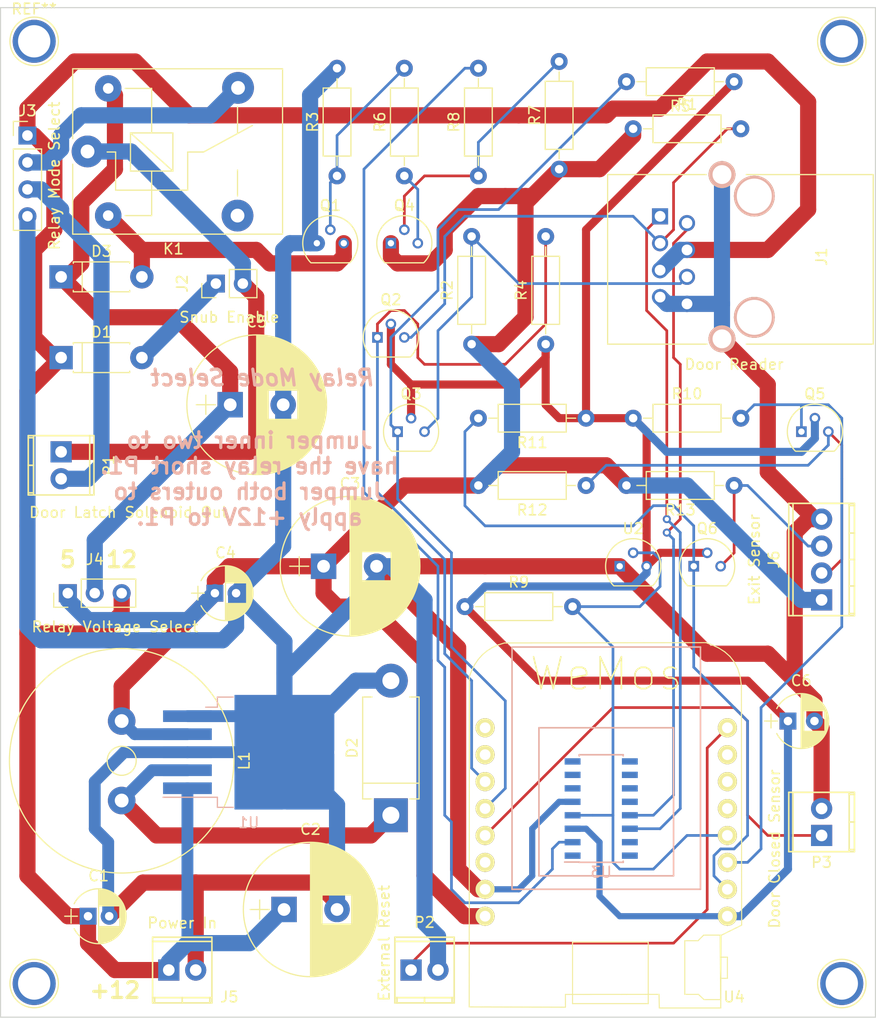
<source format=kicad_pcb>
(kicad_pcb (version 4) (host pcbnew 4.0.7+dfsg1-1~bpo9+1)
  (layers (0 F.Cu signal) (31 B.Cu signal) (34 B.Paste user) (35 F.Paste user) (36 B.SilkS user) (37 F.SilkS user) (38 B.Mask user) (39 F.Mask user) (44 Edge.Cuts user))
  (net 0 "")
  (net 1 +12V)
  (net 2 GND)
  (net 3 +5V)
  (net 4 /RELAY_POWER)
  (net 5 +3V3)
  (net 6 "Net-(D1-Pad2)")
  (net 7 /VREG_OUT)
  (net 8 /RELAY_DOOR)
  (net 9 /WIEGAND_D0)
  (net 10 /WIEGAND_D1)
  (net 11 /WIEGAND_LIGHT)
  (net 12 /WIEGAND_BEEP)
  (net 13 /RELAY_CONN)
  (net 14 /RELAY_CONTACT)
  (net 15 /CONN_CONTACT)
  (net 16 /HC_TRIG)
  (net 17 /HC_ECHO)
  (net 18 "Net-(K1-Pad3)")
  (net 19 /~RST)
  (net 20 /DOOR_SENSOR)
  (net 21 /BASE_DOOR)
  (net 22 /WEMOS_D1)
  (net 23 /WEMOS_D0)
  (net 24 /BASE_DOOR_2)
  (net 25 "Net-(Q4-Pad3)")
  (net 26 /WEMOS_TRIG)
  (net 27 /WEMOS_ECHO)
  (net 28 /DOOR_OPEN)
  (net 29 /ONE_WIRE)
  (net 30 "Net-(U3-Pad7)")
  (net 31 "Net-(U3-Pad8)")
  (net 32 "Net-(U3-Pad9)")
  (net 33 "Net-(U3-Pad10)")
  (net 34 "Net-(U3-Pad11)")
  (net 35 "Net-(U3-Pad12)")
  (net 36 "Net-(U4-Pad8)")
  (net 37 "Net-(U4-Pad7)")
  (net 38 "Net-(U4-Pad3)")
  (net 39 "Net-(U4-Pad12)")
  (net 40 "Net-(U4-Pad11)")
  (net 41 "Net-(U4-Pad10)")
  (module Capacitors_THT:CP_Radial_D5.0mm_P2.00mm (layer F.Cu) (at 101.6 165.1)
    (fp_text reference C1 (at 1 -3.81) (layer F.SilkS))
    (fp_text value 1MFD)
    (pad 1 thru_hole rect (at 0 0) (size 1.6 1.6) (drill 0.8) (layers *.Cu *.Mask) (net 1 +12V))
    (pad 2 thru_hole circle (at 2 0) (size 1.6 1.6) (drill 0.8) (layers *.Cu *.Mask) (net 2 GND))
  )
  (module Capacitors_THT:CP_Radial_D12.5mm_P5.00mm (layer F.Cu) (at 120.095 164.465)
    (fp_text reference C2 (at 2.5 -7.56) (layer F.SilkS))
    (fp_text value 100MFD)
    (pad 1 thru_hole rect (at 0 0) (size 2.4 2.4) (drill 1.2) (layers *.Cu *.Mask) (net 1 +12V))
    (pad 2 thru_hole circle (at 5 0) (size 2.4 2.4) (drill 1.2) (layers *.Cu *.Mask) (net 2 GND))
  )
  (module Capacitors_THT:CP_Radial_D13.0mm_P5.00mm (layer F.Cu) (at 123.825 132.08)
    (fp_text reference C3 (at 2.5 -7.81) (layer F.SilkS))
    (fp_text value 1000MFD)
    (pad 1 thru_hole rect (at 0 0) (size 2.4 2.4) (drill 1.2) (layers *.Cu *.Mask) (net 3 +5V))
    (pad 2 thru_hole circle (at 5 0) (size 2.4 2.4) (drill 1.2) (layers *.Cu *.Mask) (net 2 GND))
  )
  (module Capacitors_THT:CP_Radial_D5.0mm_P2.00mm (layer F.Cu) (at 113.57 134.62)
    (fp_text reference C4 (at 1 -3.81) (layer F.SilkS))
    (fp_text value 1MFD)
    (pad 1 thru_hole rect (at 0 0) (size 1.6 1.6) (drill 0.8) (layers *.Cu *.Mask) (net 3 +5V))
    (pad 2 thru_hole circle (at 2 0) (size 1.6 1.6) (drill 0.8) (layers *.Cu *.Mask) (net 2 GND))
  )
  (module Capacitors_THT:CP_Radial_D13.0mm_P5.00mm (layer F.Cu) (at 115.015 116.84)
    (fp_text reference C5 (at 2.5 -7.81) (layer F.SilkS))
    (fp_text value 1000MFD)
    (pad 1 thru_hole rect (at 0 0) (size 2.4 2.4) (drill 1.2) (layers *.Cu *.Mask) (net 4 /RELAY_POWER))
    (pad 2 thru_hole circle (at 5 0) (size 2.4 2.4) (drill 1.2) (layers *.Cu *.Mask) (net 2 GND))
  )
  (module Capacitors_THT:CP_Radial_D5.0mm_P2.50mm (layer F.Cu) (at 167.64 146.685)
    (fp_text reference C6 (at 1.25 -3.81) (layer F.SilkS))
    (fp_text value 1MFD)
    (pad 1 thru_hole rect (at 0 0) (size 1.6 1.6) (drill 0.8) (layers *.Cu *.Mask) (net 5 +3V3))
    (pad 2 thru_hole circle (at 2.5 0) (size 1.6 1.6) (drill 0.8) (layers *.Cu *.Mask) (net 2 GND))
  )
  (module Diodes_THT:D_DO-41_SOD81_P7.62mm_Horizontal (layer F.Cu) (at 99.06 112.395)
    (fp_text reference D1 (at 3.81 -2.41) (layer F.SilkS))
    (fp_text value 1N4002)
    (pad 1 thru_hole rect (at 0 0) (size 2.2 2.2) (drill 1.1) (layers *.Cu *.Mask) (net 1 +12V))
    (pad 2 thru_hole oval (at 7.62 0) (size 2.2 2.2) (drill 1.1) (layers *.Cu *.Mask) (net 6 "Net-(D1-Pad2)"))
  )
  (module Diodes_THT:D_DO-201AD_P12.70mm_Horizontal (layer F.Cu) (at 130.175 155.575 90)
    (fp_text reference D2 (at 6.35 -3.66 90) (layer F.SilkS))
    (fp_text value D_Schottky)
    (pad 1 thru_hole rect (at 0 0 90) (size 3.2 3.2) (drill 1.6) (layers *.Cu *.Mask) (net 7 /VREG_OUT))
    (pad 2 thru_hole oval (at 12.7 0 90) (size 3.2 3.2) (drill 1.6) (layers *.Cu *.Mask) (net 2 GND))
  )
  (module Diodes_THT:D_DO-41_SOD81_P7.62mm_Horizontal (layer F.Cu) (at 99.06 104.775)
    (fp_text reference D3 (at 3.81 -2.41) (layer F.SilkS))
    (fp_text value 1N4002)
    (pad 1 thru_hole rect (at 0 0) (size 2.2 2.2) (drill 1.1) (layers *.Cu *.Mask) (net 4 /RELAY_POWER))
    (pad 2 thru_hole oval (at 7.62 0) (size 2.2 2.2) (drill 1.1) (layers *.Cu *.Mask) (net 8 /RELAY_DOOR))
  )
  (module RJ-45:RJ45_SHIELD (layer F.Cu) (at 155.575 99.065 90)
    (fp_text reference J1 (at -3.81 15.24 90) (layer F.SilkS))
    (fp_text value "Door Reader" (at -13.965 6.985 180) (layer F.SilkS))
    (pad Hole thru_hole circle (at 1.91 8.89 90) (size 3.85 3.85) (drill 3.3) (layers *.Cu *.SilkS *.Mask))
    (pad Hole thru_hole circle (at -9.53 8.89 90) (size 3.85 3.85) (drill 3.3) (layers *.Cu *.SilkS *.Mask))
    (pad 8 thru_hole circle (at -8.26 2.54 90) (size 1.52 1.52) (drill 1.02) (layers *.Cu *.Mask) (net 2 GND))
    (pad 7 thru_hole circle (at -7.62 0 90) (size 1.52 1.52) (drill 1.02) (layers *.Cu *.Mask) (net 2 GND))
    (pad 6 thru_hole circle (at -5.71 2.54 90) (size 1.52 1.52) (drill 1.02) (layers *.Cu *.Mask) (net 9 /WIEGAND_D0))
    (pad 5 thru_hole circle (at -5.08 0 90) (size 1.52 1.52) (drill 1.02) (layers *.Cu *.Mask) (net 1 +12V))
    (pad 4 thru_hole circle (at -3.17 2.54 90) (size 1.52 1.52) (drill 1.02) (layers *.Cu *.Mask) (net 1 +12V))
    (pad 3 thru_hole circle (at -2.54 0 90) (size 1.52 1.52) (drill 1.02) (layers *.Cu *.Mask) (net 10 /WIEGAND_D1))
    (pad 2 thru_hole circle (at -0.64 2.54 90) (size 1.52 1.52) (drill 1.02) (layers *.Cu *.Mask) (net 11 /WIEGAND_LIGHT))
    (pad 9 thru_hole circle (at 3.94 5.84 90) (size 2.54 2.54) (drill 1.78) (layers *.Cu *.SilkS *.Mask) (net 2 GND))
    (pad 9 thru_hole circle (at -11.56 5.84 90) (size 2.54 2.54) (drill 1.78) (layers *.Cu *.SilkS *.Mask) (net 2 GND))
    (pad 1 thru_hole rect (at 0 0 90) (size 1.52 1.52) (drill 1.02) (layers *.Cu *.Mask) (net 12 /WIEGAND_BEEP))
  )
  (module Pin_Headers:Pin_Header_Straight_1x02_Pitch2.54mm (layer F.Cu) (at 113.665 105.41 90)
    (fp_text reference J2 (at 0 -3.175 90) (layer F.SilkS))
    (fp_text value "Snub Enable" (at -3.175 1.27 180) (layer F.SilkS))
    (pad 1 thru_hole rect (at 0 0 90) (size 1.7 1.7) (drill 1) (layers *.Cu *.Mask) (net 6 "Net-(D1-Pad2)"))
    (pad 2 thru_hole oval (at 0 2.54 90) (size 1.7 1.7) (drill 1) (layers *.Cu *.Mask) (net 13 /RELAY_CONN))
  )
  (module Pin_Headers:Pin_Header_Straight_1x04_Pitch2.54mm (layer F.Cu) (at 95.885 91.44)
    (fp_text reference J3 (at 0 -2.33) (layer F.SilkS))
    (fp_text value "Relay Mode Select" (at 2.54 3.81 90) (layer F.SilkS))
    (pad 1 thru_hole rect (at 0 0) (size 1.7 1.7) (drill 1) (layers *.Cu *.Mask) (net 1 +12V))
    (pad 2 thru_hole oval (at 0 2.54) (size 1.7 1.7) (drill 1) (layers *.Cu *.Mask) (net 14 /RELAY_CONTACT))
    (pad 3 thru_hole oval (at 0 5.08) (size 1.7 1.7) (drill 1) (layers *.Cu *.Mask) (net 15 /CONN_CONTACT))
    (pad 4 thru_hole oval (at 0 7.62) (size 1.7 1.7) (drill 1) (layers *.Cu *.Mask) (net 2 GND))
  )
  (module Pin_Headers:Pin_Header_Straight_1x03_Pitch2.54mm (layer F.Cu) (at 99.695 134.62 90)
    (fp_text reference J4 (at 3.175 2.54 180) (layer F.SilkS))
    (fp_text value "Relay Voltage Select" (at -3.175 4.445 180) (layer F.SilkS))
    (pad 1 thru_hole rect (at 0 0 90) (size 1.7 1.7) (drill 1) (layers *.Cu *.Mask) (net 3 +5V))
    (pad 2 thru_hole oval (at 0 2.54 90) (size 1.7 1.7) (drill 1) (layers *.Cu *.Mask) (net 4 /RELAY_POWER))
    (pad 3 thru_hole oval (at 0 5.08 90) (size 1.7 1.7) (drill 1) (layers *.Cu *.Mask) (net 1 +12V))
  )
  (module Connectors_Terminal_Blocks:TerminalBlock_Pheonix_MPT-2.54mm_2pol (layer F.Cu) (at 109.22 170.18)
    (fp_text reference J5 (at 5.715 2.54) (layer F.SilkS))
    (fp_text value "Power In" (at 1.27 -4.445) (layer F.SilkS))
    (pad 2 thru_hole oval (at 2.54 0) (size 1.99898 1.99898) (drill 1.09728) (layers *.Cu *.Mask) (net 2 GND))
    (pad 1 thru_hole rect (at 0 0) (size 1.99898 1.99898) (drill 1.09728) (layers *.Cu *.Mask) (net 1 +12V))
  )
  (module Connectors_Terminal_Blocks:TerminalBlock_Pheonix_MPT-2.54mm_4pol (layer F.Cu) (at 170.815 135.255 90)
    (fp_text reference J6 (at 3.81 -4.50088 90) (layer F.SilkS))
    (fp_text value "Exit Sensor" (at 3.81 -6.35 90) (layer F.SilkS))
    (pad 4 thru_hole oval (at 7.62 0 270) (size 1.99898 1.99898) (drill 1.09728) (layers *.Cu *.Mask) (net 2 GND))
    (pad 1 thru_hole rect (at 0 0 270) (size 1.99898 1.99898) (drill 1.09728) (layers *.Cu *.Mask) (net 3 +5V))
    (pad 2 thru_hole oval (at 2.54 0 270) (size 1.99898 1.99898) (drill 1.09728) (layers *.Cu *.Mask) (net 16 /HC_TRIG))
    (pad 3 thru_hole oval (at 5.08 0 270) (size 1.99898 1.99898) (drill 1.09728) (layers *.Cu *.Mask) (net 17 /HC_ECHO))
  )
  (module Relays_THT:Relay_SPDT_SANYOU_SRD_Series_Form_C (layer F.Cu) (at 101.555 92.945)
    (fp_text reference K1 (at 8.1 9.2) (layer F.SilkS))
    (fp_text value SANYOU_SRD_Form_C)
    (pad 2 thru_hole circle (at 1.95 6.05 90) (size 2.5 2.5) (drill 1) (layers *.Cu *.Mask) (net 8 /RELAY_DOOR))
    (pad 3 thru_hole circle (at 14.15 6.05 90) (size 3 3) (drill 1.3) (layers *.Cu *.Mask) (net 18 "Net-(K1-Pad3)"))
    (pad 4 thru_hole circle (at 14.2 -6 90) (size 3 3) (drill 1.3) (layers *.Cu *.Mask) (net 14 /RELAY_CONTACT))
    (pad 5 thru_hole circle (at 1.95 -5.95 90) (size 2.5 2.5) (drill 1) (layers *.Cu *.Mask) (net 4 /RELAY_POWER))
    (pad 1 thru_hole circle (at 0 0 90) (size 3 3) (drill 1.3) (layers *.Cu *.Mask) (net 13 /RELAY_CONN))
  )
  (module Inductor:L_Radial_D21.0mm_P7.5mm (layer F.Cu) (at 104.775 143.13 270)
    (fp_text reference L1 (at 7.305 -11.56 270) (layer F.SilkS))
    (fp_text value L)
    (pad 1 thru_hole circle (at 3.555 0 270) (size 2.6 2.6) (drill 1.3) (layers *.Cu *.Mask) (net 3 +5V))
    (pad 2 thru_hole circle (at 11.055 0 270) (size 2.6 2.6) (drill 1.3) (layers *.Cu *.Mask) (net 7 /VREG_OUT))
  )
  (module Connectors_Terminal_Blocks:TerminalBlock_Pheonix_MPT-2.54mm_2pol (layer F.Cu) (at 99.06 121.285 270)
    (fp_text reference P1 (at 1.27 -4.50088 270) (layer F.SilkS))
    (fp_text value "Door Latch Solenoid Out" (at 5.715 -6.35 360) (layer F.SilkS))
    (pad 2 thru_hole oval (at 2.54 0 270) (size 1.99898 1.99898) (drill 1.09728) (layers *.Cu *.Mask) (net 15 /CONN_CONTACT))
    (pad 1 thru_hole rect (at 0 0 270) (size 1.99898 1.99898) (drill 1.09728) (layers *.Cu *.Mask) (net 13 /RELAY_CONN))
  )
  (module Connectors_Terminal_Blocks:TerminalBlock_Pheonix_MPT-2.54mm_2pol (layer F.Cu) (at 132.08 170.18)
    (fp_text reference P2 (at 1.27 -4.50088) (layer F.SilkS))
    (fp_text value "External Reset" (at -2.54 -2.54 90) (layer F.SilkS))
    (pad 2 thru_hole oval (at 2.54 0) (size 1.99898 1.99898) (drill 1.09728) (layers *.Cu *.Mask) (net 2 GND))
    (pad 1 thru_hole rect (at 0 0) (size 1.99898 1.99898) (drill 1.09728) (layers *.Cu *.Mask) (net 19 /~RST))
  )
  (module Connectors_Terminal_Blocks:TerminalBlock_Pheonix_MPT-2.54mm_2pol (layer F.Cu) (at 170.815 157.48 90)
    (fp_text reference P3 (at -2.54 0 180) (layer F.SilkS))
    (fp_text value "Door Closed Sensor" (at -1.27 -4.445 90) (layer F.SilkS))
    (pad 2 thru_hole oval (at 2.54 0 90) (size 1.99898 1.99898) (drill 1.09728) (layers *.Cu *.Mask) (net 2 GND))
    (pad 1 thru_hole rect (at 0 0 90) (size 1.99898 1.99898) (drill 1.09728) (layers *.Cu *.Mask) (net 20 /DOOR_SENSOR))
  )
  (module TO_SOT_Packages_THT:TO-92_Molded_Narrow (layer F.Cu) (at 123.19 101.6)
    (fp_text reference Q1 (at 1.27 -3.56) (layer F.SilkS))
    (fp_text value 2N2222)
    (pad 2 thru_hole circle (at 1.27 -1.27 90) (size 1 1) (drill 0.6) (layers *.Cu *.Mask) (net 21 /BASE_DOOR))
    (pad 3 thru_hole circle (at 2.54 0 90) (size 1 1) (drill 0.6) (layers *.Cu *.Mask) (net 8 /RELAY_DOOR))
    (pad 1 thru_hole rect (at 0 0 90) (size 1 1) (drill 0.6) (layers *.Cu *.Mask) (net 2 GND))
  )
  (module TO_SOT_Packages_THT:TO-92_Molded_Narrow (layer F.Cu) (at 128.905 110.49)
    (fp_text reference Q2 (at 1.27 -3.56) (layer F.SilkS))
    (fp_text value 2N7000)
    (pad 2 thru_hole circle (at 1.27 -1.27 90) (size 1 1) (drill 0.6) (layers *.Cu *.Mask) (net 5 +3V3))
    (pad 3 thru_hole circle (at 2.54 0 90) (size 1 1) (drill 0.6) (layers *.Cu *.Mask) (net 10 /WIEGAND_D1))
    (pad 1 thru_hole rect (at 0 0 90) (size 1 1) (drill 0.6) (layers *.Cu *.Mask) (net 22 /WEMOS_D1))
  )
  (module TO_SOT_Packages_THT:TO-92_Molded_Narrow (layer F.Cu) (at 130.81 119.38)
    (fp_text reference Q3 (at 1.27 -3.56) (layer F.SilkS))
    (fp_text value 2N7000)
    (pad 2 thru_hole circle (at 1.27 -1.27 90) (size 1 1) (drill 0.6) (layers *.Cu *.Mask) (net 5 +3V3))
    (pad 3 thru_hole circle (at 2.54 0 90) (size 1 1) (drill 0.6) (layers *.Cu *.Mask) (net 9 /WIEGAND_D0))
    (pad 1 thru_hole rect (at 0 0 90) (size 1 1) (drill 0.6) (layers *.Cu *.Mask) (net 23 /WEMOS_D0))
  )
  (module TO_SOT_Packages_THT:TO-92_Molded_Narrow (layer F.Cu) (at 130.175 101.6)
    (fp_text reference Q4 (at 1.27 -3.56) (layer F.SilkS))
    (fp_text value 2N3906)
    (pad 2 thru_hole circle (at 1.27 -1.27 90) (size 1 1) (drill 0.6) (layers *.Cu *.Mask) (net 24 /BASE_DOOR_2))
    (pad 3 thru_hole circle (at 2.54 0 90) (size 1 1) (drill 0.6) (layers *.Cu *.Mask) (net 25 "Net-(Q4-Pad3)"))
    (pad 1 thru_hole rect (at 0 0 90) (size 1 1) (drill 0.6) (layers *.Cu *.Mask) (net 3 +5V))
  )
  (module TO_SOT_Packages_THT:TO-92_Molded_Narrow (layer F.Cu) (at 168.91 119.38)
    (fp_text reference Q5 (at 1.27 -3.56) (layer F.SilkS))
    (fp_text value 2N7000)
    (pad 2 thru_hole circle (at 1.27 -1.27 90) (size 1 1) (drill 0.6) (layers *.Cu *.Mask) (net 5 +3V3))
    (pad 3 thru_hole circle (at 2.54 0 90) (size 1 1) (drill 0.6) (layers *.Cu *.Mask) (net 16 /HC_TRIG))
    (pad 1 thru_hole rect (at 0 0 90) (size 1 1) (drill 0.6) (layers *.Cu *.Mask) (net 26 /WEMOS_TRIG))
  )
  (module TO_SOT_Packages_THT:TO-92_Molded_Narrow (layer F.Cu) (at 158.75 132.08)
    (fp_text reference Q6 (at 1.27 -3.56) (layer F.SilkS))
    (fp_text value 2N7000)
    (pad 2 thru_hole circle (at 1.27 -1.27 90) (size 1 1) (drill 0.6) (layers *.Cu *.Mask) (net 5 +3V3))
    (pad 3 thru_hole circle (at 2.54 0 90) (size 1 1) (drill 0.6) (layers *.Cu *.Mask) (net 17 /HC_ECHO))
    (pad 1 thru_hole rect (at 0 0 90) (size 1 1) (drill 0.6) (layers *.Cu *.Mask) (net 27 /WEMOS_ECHO))
  )
  (module Resistors_THT:R_Axial_DIN0207_L6.3mm_D2.5mm_P10.16mm_Horizontal (layer F.Cu) (at 153.035 90.805)
    (fp_text reference R1 (at 5.08 -2.31) (layer F.SilkS))
    (fp_text value 10kΩ)
    (pad 1 thru_hole circle (at 0 0) (size 1.6 1.6) (drill 0.8) (layers *.Cu *.Mask) (net 3 +5V))
    (pad 2 thru_hole oval (at 10.16 0) (size 1.6 1.6) (drill 0.8) (layers *.Cu *.Mask) (net 10 /WIEGAND_D1))
  )
  (module Resistors_THT:R_Axial_DIN0207_L6.3mm_D2.5mm_P10.16mm_Horizontal (layer F.Cu) (at 137.795 111.125 90)
    (fp_text reference R2 (at 5.08 -2.31 90) (layer F.SilkS))
    (fp_text value 10kΩ)
    (pad 1 thru_hole circle (at 0 0 90) (size 1.6 1.6) (drill 0.8) (layers *.Cu *.Mask) (net 3 +5V))
    (pad 2 thru_hole oval (at 10.16 0 90) (size 1.6 1.6) (drill 0.8) (layers *.Cu *.Mask) (net 9 /WIEGAND_D0))
  )
  (module Resistors_THT:R_Axial_DIN0207_L6.3mm_D2.5mm_P10.16mm_Horizontal (layer F.Cu) (at 125.095 95.25 90)
    (fp_text reference R3 (at 5.08 -2.31 90) (layer F.SilkS))
    (fp_text value 10kΩ)
    (pad 1 thru_hole circle (at 0 0 90) (size 1.6 1.6) (drill 0.8) (layers *.Cu *.Mask) (net 21 /BASE_DOOR))
    (pad 2 thru_hole oval (at 10.16 0 90) (size 1.6 1.6) (drill 0.8) (layers *.Cu *.Mask) (net 2 GND))
  )
  (module Resistors_THT:R_Axial_DIN0207_L6.3mm_D2.5mm_P10.16mm_Horizontal (layer F.Cu) (at 144.78 111.125 90)
    (fp_text reference R4 (at 5.08 -2.31 90) (layer F.SilkS))
    (fp_text value 10kΩ)
    (pad 1 thru_hole circle (at 0 0 90) (size 1.6 1.6) (drill 0.8) (layers *.Cu *.Mask) (net 5 +3V3))
    (pad 2 thru_hole oval (at 10.16 0 90) (size 1.6 1.6) (drill 0.8) (layers *.Cu *.Mask) (net 22 /WEMOS_D1))
  )
  (module Resistors_THT:R_Axial_DIN0207_L6.3mm_D2.5mm_P10.16mm_Horizontal (layer F.Cu) (at 162.56 86.36 180)
    (fp_text reference R5 (at 5.08 -2.31 180) (layer F.SilkS))
    (fp_text value 10kΩ)
    (pad 1 thru_hole circle (at 0 0 180) (size 1.6 1.6) (drill 0.8) (layers *.Cu *.Mask) (net 5 +3V3))
    (pad 2 thru_hole oval (at 10.16 0 180) (size 1.6 1.6) (drill 0.8) (layers *.Cu *.Mask) (net 23 /WEMOS_D0))
  )
  (module Resistors_THT:R_Axial_DIN0207_L6.3mm_D2.5mm_P10.16mm_Horizontal (layer F.Cu) (at 131.445 95.25 90)
    (fp_text reference R6 (at 5.08 -2.31 90) (layer F.SilkS))
    (fp_text value 1.2kΩ)
    (pad 1 thru_hole circle (at 0 0 90) (size 1.6 1.6) (drill 0.8) (layers *.Cu *.Mask) (net 25 "Net-(Q4-Pad3)"))
    (pad 2 thru_hole oval (at 10.16 0 90) (size 1.6 1.6) (drill 0.8) (layers *.Cu *.Mask) (net 21 /BASE_DOOR))
  )
  (module Resistors_THT:R_Axial_DIN0207_L6.3mm_D2.5mm_P10.16mm_Horizontal (layer F.Cu) (at 146.05 94.615 90)
    (fp_text reference R7 (at 5.08 -2.31 90) (layer F.SilkS))
    (fp_text value 10kΩ)
    (pad 1 thru_hole circle (at 0 0 90) (size 1.6 1.6) (drill 0.8) (layers *.Cu *.Mask) (net 3 +5V))
    (pad 2 thru_hole oval (at 10.16 0 90) (size 1.6 1.6) (drill 0.8) (layers *.Cu *.Mask) (net 24 /BASE_DOOR_2))
  )
  (module Resistors_THT:R_Axial_DIN0207_L6.3mm_D2.5mm_P10.16mm_Horizontal (layer F.Cu) (at 138.43 95.25 90)
    (fp_text reference R8 (at 5.08 -2.31 90) (layer F.SilkS))
    (fp_text value 1kΩ)
    (pad 1 thru_hole circle (at 0 0 90) (size 1.6 1.6) (drill 0.8) (layers *.Cu *.Mask) (net 24 /BASE_DOOR_2))
    (pad 2 thru_hole oval (at 10.16 0 90) (size 1.6 1.6) (drill 0.8) (layers *.Cu *.Mask) (net 28 /DOOR_OPEN))
  )
  (module Resistors_THT:R_Axial_DIN0207_L6.3mm_D2.5mm_P10.16mm_Horizontal (layer F.Cu) (at 137.16 135.89)
    (fp_text reference R9 (at 5.08 -2.31) (layer F.SilkS))
    (fp_text value 4.7kΩ)
    (pad 1 thru_hole circle (at 0 0) (size 1.6 1.6) (drill 0.8) (layers *.Cu *.Mask) (net 5 +3V3))
    (pad 2 thru_hole oval (at 10.16 0) (size 1.6 1.6) (drill 0.8) (layers *.Cu *.Mask) (net 29 /ONE_WIRE))
  )
  (module Resistors_THT:R_Axial_DIN0207_L6.3mm_D2.5mm_P10.16mm_Horizontal (layer F.Cu) (at 153.035 118.11)
    (fp_text reference R10 (at 5.08 -2.31) (layer F.SilkS))
    (fp_text value 10kΩ)
    (pad 1 thru_hole circle (at 0 0) (size 1.6 1.6) (drill 0.8) (layers *.Cu *.Mask) (net 5 +3V3))
    (pad 2 thru_hole oval (at 10.16 0) (size 1.6 1.6) (drill 0.8) (layers *.Cu *.Mask) (net 26 /WEMOS_TRIG))
  )
  (module Resistors_THT:R_Axial_DIN0207_L6.3mm_D2.5mm_P10.16mm_Horizontal (layer F.Cu) (at 148.59 118.11 180)
    (fp_text reference R11 (at 5.08 -2.31 180) (layer F.SilkS))
    (fp_text value 10kΩ)
    (pad 1 thru_hole circle (at 0 0 180) (size 1.6 1.6) (drill 0.8) (layers *.Cu *.Mask) (net 5 +3V3))
    (pad 2 thru_hole oval (at 10.16 0 180) (size 1.6 1.6) (drill 0.8) (layers *.Cu *.Mask) (net 27 /WEMOS_ECHO))
  )
  (module Resistors_THT:R_Axial_DIN0207_L6.3mm_D2.5mm_P10.16mm_Horizontal (layer F.Cu) (at 148.59 124.46 180)
    (fp_text reference R12 (at 5.08 -2.31 180) (layer F.SilkS))
    (fp_text value 10kΩ)
    (pad 1 thru_hole circle (at 0 0 180) (size 1.6 1.6) (drill 0.8) (layers *.Cu *.Mask) (net 16 /HC_TRIG))
    (pad 2 thru_hole oval (at 10.16 0 180) (size 1.6 1.6) (drill 0.8) (layers *.Cu *.Mask) (net 3 +5V))
  )
  (module Resistors_THT:R_Axial_DIN0207_L6.3mm_D2.5mm_P10.16mm_Horizontal (layer F.Cu) (at 162.56 124.46 180)
    (fp_text reference R13 (at 5.08 -2.31 180) (layer F.SilkS))
    (fp_text value 10kΩ)
    (pad 1 thru_hole circle (at 0 0 180) (size 1.6 1.6) (drill 0.8) (layers *.Cu *.Mask) (net 17 /HC_ECHO))
    (pad 2 thru_hole oval (at 10.16 0 180) (size 1.6 1.6) (drill 0.8) (layers *.Cu *.Mask) (net 3 +5V))
  )
  (module TO_SOT_Packages_SMD:TO-263-5_TabPin3 (layer B.Cu) (at 116.755 149.625)
    (fp_text reference U1 (at 0 6.65) (layer B.SilkS) (effects (justify mirror)))
    (fp_text value LM2576S-5)
    (pad 1 smd rect (at -5.775 3.4) (size 4.6 1.1) (layers B.Cu B.Paste B.Mask) (net 1 +12V))
    (pad 2 smd rect (at -5.775 1.7) (size 4.6 1.1) (layers B.Cu B.Paste B.Mask) (net 7 /VREG_OUT))
    (pad 3 smd rect (at -5.775 0) (size 4.6 1.1) (layers B.Cu B.Paste B.Mask) (net 2 GND))
    (pad 4 smd rect (at -5.775 -1.7) (size 4.6 1.1) (layers B.Cu B.Paste B.Mask) (net 3 +5V))
    (pad 5 smd rect (at -5.775 -3.4) (size 4.6 1.1) (layers B.Cu B.Paste B.Mask) (net 2 GND))
    (pad 3 smd rect (at 3.375 0) (size 9.4 10.8) (layers B.Cu B.Mask) (net 2 GND))
    (pad 3 smd rect (at 5.8 -2.775) (size 4.55 5.25) (layers B.Cu B.Paste) (net 2 GND))
    (pad 3 smd rect (at 0.95 2.775) (size 4.55 5.25) (layers B.Cu B.Paste) (net 2 GND))
    (pad 3 smd rect (at 5.8 2.775) (size 4.55 5.25) (layers B.Cu B.Paste) (net 2 GND))
    (pad 3 smd rect (at 0.95 -2.775) (size 4.55 5.25) (layers B.Cu B.Paste) (net 2 GND))
  )
  (module TO_SOT_Packages_THT:TO-92_Molded_Narrow (layer F.Cu) (at 151.765 132.08)
    (fp_text reference U2 (at 1.27 -3.56) (layer F.SilkS))
    (fp_text value DS18B20)
    (pad 2 thru_hole circle (at 1.27 -1.27 90) (size 1 1) (drill 0.6) (layers *.Cu *.Mask) (net 29 /ONE_WIRE))
    (pad 3 thru_hole circle (at 2.54 0 90) (size 1 1) (drill 0.6) (layers *.Cu *.Mask) (net 5 +3V3))
    (pad 1 thru_hole rect (at 0 0 90) (size 1 1) (drill 0.6) (layers *.Cu *.Mask) (net 2 GND))
  )
  (module Housings_SOIC:SOIC-16_3.9x9.9mm_Pitch1.27mm (layer B.Cu) (at 150.02 154.94)
    (fp_text reference U3 (at 0 6) (layer B.SilkS) (effects (justify mirror)))
    (fp_text value DS2408)
    (pad 1 smd rect (at -2.7 4.445) (size 1.5 0.6) (layers B.Cu B.Paste B.Mask))
    (pad 2 smd rect (at -2.7 3.175) (size 1.5 0.6) (layers B.Cu B.Paste B.Mask) (net 28 /DOOR_OPEN))
    (pad 3 smd rect (at -2.7 1.905) (size 1.5 0.6) (layers B.Cu B.Paste B.Mask) (net 5 +3V3))
    (pad 4 smd rect (at -2.7 0.635) (size 1.5 0.6) (layers B.Cu B.Paste B.Mask) (net 29 /ONE_WIRE))
    (pad 5 smd rect (at -2.7 -0.635) (size 1.5 0.6) (layers B.Cu B.Paste B.Mask) (net 2 GND))
    (pad 6 smd rect (at -2.7 -1.905) (size 1.5 0.6) (layers B.Cu B.Paste B.Mask))
    (pad 7 smd rect (at -2.7 -3.175) (size 1.5 0.6) (layers B.Cu B.Paste B.Mask) (net 30 "Net-(U3-Pad7)"))
    (pad 8 smd rect (at -2.7 -4.445) (size 1.5 0.6) (layers B.Cu B.Paste B.Mask) (net 31 "Net-(U3-Pad8)"))
    (pad 9 smd rect (at 2.7 -4.445) (size 1.5 0.6) (layers B.Cu B.Paste B.Mask) (net 32 "Net-(U3-Pad9)"))
    (pad 10 smd rect (at 2.7 -3.175) (size 1.5 0.6) (layers B.Cu B.Paste B.Mask) (net 33 "Net-(U3-Pad10)"))
    (pad 11 smd rect (at 2.7 -1.905) (size 1.5 0.6) (layers B.Cu B.Paste B.Mask) (net 34 "Net-(U3-Pad11)"))
    (pad 12 smd rect (at 2.7 -0.635) (size 1.5 0.6) (layers B.Cu B.Paste B.Mask) (net 35 "Net-(U3-Pad12)"))
    (pad 13 smd rect (at 2.7 0.635) (size 1.5 0.6) (layers B.Cu B.Paste B.Mask) (net 11 /WIEGAND_LIGHT))
    (pad 14 smd rect (at 2.7 1.905) (size 1.5 0.6) (layers B.Cu B.Paste B.Mask) (net 12 /WIEGAND_BEEP))
    (pad 15 smd rect (at 2.7 3.175) (size 1.5 0.6) (layers B.Cu B.Paste B.Mask))
    (pad 16 smd rect (at 2.7 4.445) (size 1.5 0.6) (layers B.Cu B.Paste B.Mask))
  )
  (module wemos_d1_mini:D1_mini_board (layer F.Cu) (at 150.495 157.48)
    (fp_text reference U4 (at 12.065 15.24) (layer F.SilkS))
    (fp_text value WeMos_mini)
    (fp_text user WeMos (at 0 -15.24) (layer F.SilkS) (effects (font (size 3 3))))
    (pad 8 thru_hole circle (at -11.43 -10.16) (size 1.8 1.8) (drill 1.016) (layers *.Cu *.Mask F.SilkS) (net 36 "Net-(U4-Pad8)"))
    (pad 7 thru_hole circle (at -11.43 -7.62) (size 1.8 1.8) (drill 1.016) (layers *.Cu *.Mask F.SilkS) (net 37 "Net-(U4-Pad7)"))
    (pad 6 thru_hole circle (at -11.43 -5.08) (size 1.8 1.8) (drill 1.016) (layers *.Cu *.Mask F.SilkS) (net 22 /WEMOS_D1))
    (pad 5 thru_hole circle (at -11.43 -2.54) (size 1.8 1.8) (drill 1.016) (layers *.Cu *.Mask F.SilkS) (net 23 /WEMOS_D0))
    (pad 4 thru_hole circle (at -11.43 0) (size 1.8 1.8) (drill 1.016) (layers *.Cu *.Mask F.SilkS) (net 20 /DOOR_SENSOR))
    (pad 3 thru_hole circle (at -11.43 2.54) (size 1.8 1.8) (drill 1.016) (layers *.Cu *.Mask F.SilkS) (net 38 "Net-(U4-Pad3)"))
    (pad 2 thru_hole circle (at -11.43 5.08) (size 1.8 1.8) (drill 1.016) (layers *.Cu *.Mask F.SilkS) (net 2 GND))
    (pad 1 thru_hole circle (at -11.43 7.62) (size 1.8 1.8) (drill 1.016) (layers *.Cu *.Mask F.SilkS) (net 3 +5V))
    (pad 16 thru_hole circle (at 11.43 7.62) (size 1.8 1.8) (drill 1.016) (layers *.Cu *.Mask F.SilkS) (net 5 +3V3))
    (pad 15 thru_hole circle (at 11.43 5.08) (size 1.8 1.8) (drill 1.016) (layers *.Cu *.Mask F.SilkS) (net 27 /WEMOS_ECHO))
    (pad 14 thru_hole circle (at 11.43 2.54) (size 1.8 1.8) (drill 1.016) (layers *.Cu *.Mask F.SilkS) (net 26 /WEMOS_TRIG))
    (pad 13 thru_hole circle (at 11.43 0) (size 1.8 1.8) (drill 1.016) (layers *.Cu *.Mask F.SilkS) (net 29 /ONE_WIRE))
    (pad 12 thru_hole circle (at 11.43 -2.54) (size 1.8 1.8) (drill 1.016) (layers *.Cu *.Mask F.SilkS) (net 39 "Net-(U4-Pad12)"))
    (pad 11 thru_hole circle (at 11.43 -5.08) (size 1.8 1.8) (drill 1.016) (layers *.Cu *.Mask F.SilkS) (net 40 "Net-(U4-Pad11)"))
    (pad 10 thru_hole circle (at 11.43 -7.62) (size 1.8 1.8) (drill 1.016) (layers *.Cu *.Mask F.SilkS) (net 41 "Net-(U4-Pad10)"))
    (pad 9 thru_hole circle (at 11.43 -10.16) (size 1.8 1.8) (drill 1.016) (layers *.Cu *.Mask F.SilkS) (net 19 /~RST))
  )
  (module Connectors:1pin (layer F.Cu) (at 172.72 82.55)
    (fp_text reference REF** hide)
    (fp_text value 1pin)
    (pad 1 thru_hole circle (at 0 0) (size 4.064 4.064) (drill 3.048) (layers *.Cu *.Mask))
  )
  (module Connectors:1pin (layer F.Cu) (at 172.72 171.45)
    (fp_text reference REF** hide)
    (fp_text value 1pin)
    (pad 1 thru_hole circle (at 0 0) (size 4.064 4.064) (drill 3.048) (layers *.Cu *.Mask))
  )
  (module Connectors:1pin (layer F.Cu) (at 96.52 171.45)
    (fp_text reference REF** hide)
    (fp_text value 1pin)
    (pad 1 thru_hole circle (at 0 0) (size 4.064 4.064) (drill 3.048) (layers *.Cu *.Mask))
  )
  (module Connectors:1pin (layer F.Cu) (at 96.52 82.55)
    (fp_text reference REF** (at 0 -3.048) (layer F.SilkS))
    (fp_text value 1pin)
    (pad 1 thru_hole circle (at 0 0) (size 4.064 4.064) (drill 3.048) (layers *.Cu *.Mask))
  )
  (gr_line (start 175.895 79.375) (end 175.895 174.625) (angle 90) (layer Edge.Cuts) (width 0.1))
  (gr_line (start 93.345 174.625) (end 175.895 174.625) (angle 90) (layer Edge.Cuts) (width 0.1))
  (gr_line (start 93.345 79.375) (end 175.895 79.375) (angle 90) (layer Edge.Cuts) (width 0.1))
  (gr_line (start 93.345 174.625) (end 93.345 79.375) (angle 90) (layer Edge.Cuts) (width 0.1))
  (gr_text "Relay Mode Select" (at 118.11 114.3) (layer B.SilkS) (effects (font (size 1.5 1.5) (thickness 0.3) italic) (justify mirror)))
  (gr_text "Jumper inner two to\nhave the relay short P1.\nJumper both outers to\napply +12V to P1." (at 116.84 123.825) (layer B.SilkS) (effects (font (size 1.5 1.5) (thickness 0.3)) (justify mirror)))
  (gr_text 5 (at 99.695 131.445) (layer F.SilkS) (effects (font (size 1.5 1.5) (thickness 0.3))))
  (gr_text 12 (at 104.775 131.445) (layer F.SilkS) (effects (font (size 1.5 1.5) (thickness 0.3))))
  (gr_text +12 (at 104.14 172.085) (layer F.SilkS) (effects (font (size 1.5 1.5) (thickness 0.3))))
  (segment (start 95.885 88.9) (end 95.885 91.44) (width 1.524) (layer F.Cu) (net 1))
  (segment (start 95.885 91.44) (end 96.52 91.44) (width 1.524) (layer F.Cu) (net 1))
  (segment (start 96.52 91.44) (end 98.425 93.345) (width 1.524) (layer F.Cu) (net 1))
  (segment (start 109.22 170.18) (end 109.22 169.4) (width 1.524) (layer B.Cu) (net 1))
  (segment (start 109.22 169.4) (end 110.98 167.64) (width 1.524) (layer B.Cu) (net 1))
  (segment (start 109.22 170.18) (end 104.14 170.18) (width 1.524) (layer F.Cu) (net 1))
  (segment (start 101.6 167.64) (end 101.6 165.1) (width 1.524) (layer F.Cu) (net 1))
  (segment (start 104.14 170.18) (end 101.6 167.64) (width 1.524) (layer F.Cu) (net 1))
  (segment (start 101.6 165.1) (end 99.695 165.1) (width 1.524) (layer F.Cu) (net 1))
  (segment (start 99.695 165.1) (end 95.885 161.29) (width 1.524) (layer F.Cu) (net 1))
  (segment (start 95.885 161.29) (end 95.885 138.43) (width 1.524) (layer F.Cu) (net 1))
  (segment (start 155.575 88.9) (end 151.13 88.9) (width 1.524) (layer F.Cu) (net 1))
  (segment (start 151.13 88.9) (end 150.495 89.535) (width 1.524) (layer F.Cu) (net 1))
  (segment (start 160.02 84.455) (end 165.735 84.455) (width 1.524) (layer F.Cu) (net 1))
  (segment (start 158.115 102.235) (end 165.735 102.235) (width 1.524) (layer F.Cu) (net 1))
  (segment (start 155.575 88.9) (end 160.02 84.455) (width 1.524) (layer F.Cu) (net 1))
  (segment (start 165.735 84.455) (end 169.545 88.265) (width 1.524) (layer F.Cu) (net 1))
  (segment (start 169.545 88.265) (end 169.545 98.425) (width 1.524) (layer F.Cu) (net 1))
  (segment (start 169.545 98.425) (end 165.735 102.235) (width 1.524) (layer F.Cu) (net 1))
  (segment (start 100.33 84.455) (end 95.885 88.9) (width 1.524) (layer F.Cu) (net 1))
  (segment (start 142.24 89.535) (end 150.495 89.535) (width 1.524) (layer F.Cu) (net 1))
  (segment (start 100.33 84.455) (end 106.045 84.455) (width 1.524) (layer F.Cu) (net 1))
  (segment (start 106.045 84.455) (end 111.125 89.535) (width 1.524) (layer F.Cu) (net 1))
  (segment (start 111.125 89.535) (end 142.24 89.535) (width 1.524) (layer F.Cu) (net 1))
  (segment (start 155.575 104.145) (end 155.575 104.14) (width 1.524) (layer B.Cu) (net 1))
  (segment (start 155.575 104.14) (end 157.48 102.235) (width 1.524) (layer B.Cu) (net 1))
  (segment (start 157.48 102.235) (end 158.115 102.235) (width 1.524) (layer B.Cu) (net 1))
  (segment (start 104.775 134.62) (end 104.775 136.525) (width 1.524) (layer F.Cu) (net 1))
  (segment (start 102.87 138.43) (end 95.885 138.43) (width 1.524) (layer F.Cu) (net 1))
  (segment (start 104.775 136.525) (end 102.87 138.43) (width 1.524) (layer F.Cu) (net 1))
  (segment (start 95.885 115.57) (end 99.06 112.395) (width 1.524) (layer F.Cu) (net 1))
  (segment (start 95.885 128.27) (end 95.885 115.57) (width 1.524) (layer F.Cu) (net 1))
  (segment (start 95.885 138.43) (end 95.885 128.27) (width 1.524) (layer F.Cu) (net 1))
  (segment (start 96.52 102.235) (end 98.425 100.33) (width 1.524) (layer F.Cu) (net 1))
  (segment (start 98.425 100.33) (end 98.425 93.345) (width 1.524) (layer F.Cu) (net 1))
  (segment (start 98.425 112.395) (end 96.52 110.49) (width 1.524) (layer F.Cu) (net 1))
  (segment (start 96.52 110.49) (end 96.52 102.235) (width 1.524) (layer F.Cu) (net 1))
  (segment (start 99.06 112.395) (end 98.425 112.395) (width 1.524) (layer F.Cu) (net 1))
  (segment (start 110.98 153.025) (end 110.98 167.64) (width 1.1176) (layer B.Cu) (net 1))
  (segment (start 110.98 167.64) (end 111.125 167.64) (width 1.1176) (layer B.Cu) (net 1))
  (segment (start 120.095 164.465) (end 120.015 164.465) (width 1.524) (layer B.Cu) (net 1))
  (segment (start 120.015 164.465) (end 116.84 167.64) (width 1.524) (layer B.Cu) (net 1))
  (segment (start 116.84 167.64) (end 111.125 167.64) (width 1.524) (layer B.Cu) (net 1))
  (segment (start 97.155 139.065) (end 95.885 137.795) (width 1.524) (layer B.Cu) (net 2))
  (segment (start 97.155 139.065) (end 114.3 139.065) (width 1.524) (layer B.Cu) (net 2))
  (segment (start 114.3 139.065) (end 115.57 137.795) (width 1.524) (layer B.Cu) (net 2))
  (segment (start 115.57 134.62) (end 115.57 137.795) (width 1.524) (layer B.Cu) (net 2))
  (segment (start 95.885 137.795) (end 95.885 99.06) (width 1.524) (layer B.Cu) (net 2))
  (segment (start 111.76 170.18) (end 111.76 161.925) (width 1.524) (layer F.Cu) (net 2))
  (segment (start 111.76 161.925) (end 111.76 162.56) (width 1.524) (layer F.Cu) (net 2))
  (segment (start 111.76 162.56) (end 111.76 161.925) (width 1.524) (layer F.Cu) (net 2))
  (segment (start 125.095 164.465) (end 125.095 163.83) (width 1.524) (layer F.Cu) (net 2))
  (segment (start 125.095 163.83) (end 123.19 161.925) (width 1.524) (layer F.Cu) (net 2))
  (segment (start 106.775 161.925) (end 103.6 165.1) (width 1.524) (layer F.Cu) (net 2))
  (segment (start 123.19 161.925) (end 111.76 161.925) (width 1.524) (layer F.Cu) (net 2))
  (segment (start 111.76 161.925) (end 106.775 161.925) (width 1.524) (layer F.Cu) (net 2))
  (segment (start 102.235 156.845) (end 103.505 158.115) (width 1.1176) (layer B.Cu) (net 2))
  (segment (start 110.98 149.625) (end 105.01 149.625) (width 1.1176) (layer B.Cu) (net 2))
  (segment (start 102.235 152.4) (end 102.235 156.845) (width 1.1176) (layer B.Cu) (net 2))
  (segment (start 105.01 149.625) (end 102.235 152.4) (width 1.1176) (layer B.Cu) (net 2))
  (segment (start 103.505 158.115) (end 103.505 165.005) (width 1.1176) (layer B.Cu) (net 2))
  (segment (start 103.505 165.005) (end 103.6 165.1) (width 1.1176) (layer B.Cu) (net 2))
  (segment (start 151.765 132.08) (end 139.065 132.08) (width 1.524) (layer F.Cu) (net 2))
  (segment (start 128.825 132.08) (end 130.175 132.08) (width 1.524) (layer B.Cu) (net 2))
  (segment (start 134.62 167.005) (end 134.62 170.18) (width 1.524) (layer B.Cu) (net 2))
  (segment (start 133.35 165.735) (end 134.62 167.005) (width 1.524) (layer B.Cu) (net 2))
  (segment (start 133.35 135.255) (end 133.35 165.735) (width 1.524) (layer B.Cu) (net 2))
  (segment (start 130.175 132.08) (end 133.35 135.255) (width 1.524) (layer B.Cu) (net 2))
  (segment (start 170.815 154.94) (end 170.815 147.36) (width 1.524) (layer F.Cu) (net 2))
  (segment (start 170.815 147.36) (end 170.14 146.685) (width 1.524) (layer F.Cu) (net 2))
  (segment (start 139.065 132.08) (end 128.825 132.08) (width 1.524) (layer F.Cu) (net 2))
  (segment (start 170.815 127.635) (end 170.18 127.635) (width 1.524) (layer F.Cu) (net 2))
  (segment (start 170.18 127.635) (end 165.735 123.19) (width 1.524) (layer F.Cu) (net 2))
  (segment (start 165.735 114.945) (end 161.415 110.625) (width 1.524) (layer F.Cu) (net 2))
  (segment (start 165.735 123.19) (end 165.735 114.945) (width 1.524) (layer F.Cu) (net 2))
  (segment (start 168.275 142.875) (end 168.275 128.905) (width 1.524) (layer F.Cu) (net 2))
  (segment (start 169.545 127.635) (end 170.815 127.635) (width 1.524) (layer F.Cu) (net 2))
  (segment (start 168.275 128.905) (end 169.545 127.635) (width 1.524) (layer F.Cu) (net 2))
  (segment (start 139.065 162.56) (end 138.43 162.56) (width 1.524) (layer F.Cu) (net 2))
  (segment (start 138.43 162.56) (end 136.525 160.655) (width 1.524) (layer F.Cu) (net 2))
  (segment (start 136.525 139.78) (end 136.485 139.74) (width 1.524) (layer F.Cu) (net 2))
  (segment (start 136.485 139.74) (end 134.62 137.875) (width 1.524) (layer F.Cu) (net 2))
  (segment (start 134.62 137.875) (end 128.825 132.08) (width 1.524) (layer F.Cu) (net 2))
  (segment (start 136.525 160.655) (end 136.525 139.78) (width 1.524) (layer F.Cu) (net 2))
  (segment (start 165.735 140.335) (end 160.02 140.335) (width 1.524) (layer F.Cu) (net 2))
  (segment (start 160.02 140.335) (end 151.765 132.08) (width 1.524) (layer F.Cu) (net 2))
  (segment (start 168.275 142.875) (end 165.735 140.335) (width 1.524) (layer F.Cu) (net 2))
  (segment (start 165.735 140.335) (end 166.37 140.97) (width 1.524) (layer F.Cu) (net 2))
  (segment (start 158.115 107.325) (end 161.415 107.325) (width 1.524) (layer B.Cu) (net 2))
  (segment (start 161.29 107.315) (end 161.415 107.315) (width 1.524) (layer B.Cu) (net 2))
  (segment (start 161.405 107.315) (end 161.29 107.315) (width 1.524) (layer B.Cu) (net 2))
  (segment (start 161.415 107.325) (end 161.405 107.315) (width 1.524) (layer B.Cu) (net 2))
  (segment (start 161.415 110.625) (end 161.415 107.315) (width 1.524) (layer B.Cu) (net 2))
  (segment (start 161.415 107.315) (end 161.415 95.125) (width 1.524) (layer B.Cu) (net 2))
  (segment (start 155.575 106.685) (end 155.58 106.685) (width 1.524) (layer B.Cu) (net 2))
  (segment (start 155.58 106.685) (end 156.22 107.325) (width 1.524) (layer B.Cu) (net 2))
  (segment (start 156.22 107.325) (end 158.115 107.325) (width 1.524) (layer B.Cu) (net 2))
  (segment (start 170.14 146.685) (end 170.14 144.74) (width 1.524) (layer F.Cu) (net 2))
  (segment (start 170.14 144.74) (end 168.275 142.875) (width 1.524) (layer F.Cu) (net 2))
  (segment (start 147.32 154.305) (end 146.05 154.305) (width 0.5842) (layer B.Cu) (net 2))
  (segment (start 142.24 162.56) (end 139.065 162.56) (width 0.5842) (layer B.Cu) (net 2))
  (segment (start 143.51 161.29) (end 142.24 162.56) (width 0.5842) (layer B.Cu) (net 2))
  (segment (start 143.51 156.845) (end 143.51 161.29) (width 0.5842) (layer B.Cu) (net 2))
  (segment (start 146.05 154.305) (end 143.51 156.845) (width 0.5842) (layer B.Cu) (net 2))
  (segment (start 128.825 132.08) (end 128.825 133.43) (width 1.524) (layer B.Cu) (net 2))
  (segment (start 128.825 133.43) (end 120.13 142.125) (width 1.524) (layer B.Cu) (net 2))
  (segment (start 120.015 116.84) (end 120.015 130.175) (width 1.524) (layer B.Cu) (net 2))
  (segment (start 120.015 130.175) (end 115.57 134.62) (width 1.524) (layer B.Cu) (net 2))
  (segment (start 125.095 164.465) (end 125.095 154.59) (width 1.524) (layer B.Cu) (net 2))
  (segment (start 125.095 154.59) (end 120.13 149.625) (width 1.524) (layer B.Cu) (net 2))
  (segment (start 120.13 149.745) (end 120.13 149.625) (width 1.524) (layer B.Cu) (net 2))
  (segment (start 130.175 142.875) (end 126.88 142.875) (width 1.524) (layer B.Cu) (net 2))
  (segment (start 126.88 142.875) (end 120.13 149.625) (width 1.524) (layer B.Cu) (net 2))
  (segment (start 110.98 149.625) (end 120.13 149.625) (width 1.1176) (layer B.Cu) (net 2))
  (segment (start 110.98 146.225) (end 116.73 146.225) (width 1.1176) (layer B.Cu) (net 2))
  (segment (start 116.73 146.225) (end 120.13 149.625) (width 1.1176) (layer B.Cu) (net 2))
  (segment (start 120.13 149.625) (end 120.13 142.125) (width 1.524) (layer B.Cu) (net 2))
  (segment (start 120.13 142.125) (end 120.13 139.18) (width 1.524) (layer B.Cu) (net 2))
  (segment (start 120.13 139.18) (end 115.57 134.62) (width 1.524) (layer B.Cu) (net 2))
  (segment (start 125.095 85.09) (end 122.555 87.63) (width 1.524) (layer B.Cu) (net 2))
  (segment (start 122.555 101.6) (end 123.19 101.6) (width 1.524) (layer B.Cu) (net 2))
  (segment (start 122.555 87.63) (end 122.555 101.6) (width 1.524) (layer B.Cu) (net 2))
  (segment (start 123.19 101.6) (end 120.65 101.6) (width 1.524) (layer B.Cu) (net 2))
  (segment (start 120.015 102.235) (end 120.015 116.84) (width 1.524) (layer B.Cu) (net 2))
  (segment (start 120.65 101.6) (end 120.015 102.235) (width 1.524) (layer B.Cu) (net 2))
  (segment (start 152.4 124.46) (end 150.495 122.555) (width 1.524) (layer F.Cu) (net 3))
  (segment (start 140.335 122.555) (end 138.43 124.46) (width 1.524) (layer F.Cu) (net 3))
  (segment (start 150.495 122.555) (end 140.335 122.555) (width 1.524) (layer F.Cu) (net 3))
  (segment (start 153.035 90.805) (end 153.035 91.44) (width 1.524) (layer F.Cu) (net 3))
  (segment (start 153.035 91.44) (end 149.86 94.615) (width 1.524) (layer F.Cu) (net 3))
  (segment (start 149.86 94.615) (end 146.05 94.615) (width 1.524) (layer F.Cu) (net 3))
  (segment (start 137.795 111.125) (end 140.335 111.125) (width 1.524) (layer F.Cu) (net 3))
  (segment (start 142.875 97.155) (end 142.875 97.79) (width 1.524) (layer F.Cu) (net 3))
  (segment (start 142.875 108.585) (end 142.875 97.155) (width 1.524) (layer F.Cu) (net 3))
  (segment (start 140.335 111.125) (end 142.875 108.585) (width 1.524) (layer F.Cu) (net 3))
  (segment (start 137.795 111.125) (end 138.43 111.125) (width 1.524) (layer F.Cu) (net 3))
  (segment (start 137.795 111.125) (end 141.605 114.935) (width 1.524) (layer B.Cu) (net 3))
  (segment (start 141.605 114.935) (end 141.605 121.285) (width 1.524) (layer B.Cu) (net 3))
  (segment (start 141.605 121.285) (end 138.43 124.46) (width 1.524) (layer B.Cu) (net 3))
  (segment (start 170.815 135.255) (end 168.91 135.255) (width 1.524) (layer B.Cu) (net 3))
  (segment (start 158.115 124.46) (end 152.4 124.46) (width 1.524) (layer B.Cu) (net 3))
  (segment (start 168.91 135.255) (end 158.115 124.46) (width 1.524) (layer B.Cu) (net 3))
  (segment (start 130.175 101.6) (end 130.175 102.87) (width 1.524) (layer F.Cu) (net 3))
  (segment (start 143.51 97.155) (end 142.875 97.79) (width 1.524) (layer F.Cu) (net 3))
  (segment (start 140.97 97.155) (end 143.51 97.155) (width 1.524) (layer F.Cu) (net 3))
  (segment (start 142.875 97.79) (end 146.05 94.615) (width 1.524) (layer F.Cu) (net 3))
  (segment (start 138.43 97.155) (end 140.97 97.155) (width 1.524) (layer F.Cu) (net 3))
  (segment (start 135.255 100.33) (end 138.43 97.155) (width 1.524) (layer F.Cu) (net 3))
  (segment (start 135.255 102.235) (end 135.255 100.33) (width 1.524) (layer F.Cu) (net 3))
  (segment (start 133.985 103.505) (end 135.255 102.235) (width 1.524) (layer F.Cu) (net 3))
  (segment (start 130.81 103.505) (end 133.985 103.505) (width 1.524) (layer F.Cu) (net 3))
  (segment (start 130.175 102.87) (end 130.81 103.505) (width 1.524) (layer F.Cu) (net 3))
  (segment (start 139.065 165.1) (end 137.16 165.1) (width 1.524) (layer F.Cu) (net 3))
  (segment (start 123.825 134.62) (end 123.825 132.08) (width 1.524) (layer F.Cu) (net 3))
  (segment (start 125.095 135.89) (end 123.825 134.62) (width 1.524) (layer F.Cu) (net 3))
  (segment (start 128.27 135.89) (end 125.095 135.89) (width 1.524) (layer F.Cu) (net 3))
  (segment (start 133.35 140.97) (end 128.27 135.89) (width 1.524) (layer F.Cu) (net 3))
  (segment (start 133.35 161.29) (end 133.35 140.97) (width 1.524) (layer F.Cu) (net 3))
  (segment (start 137.16 165.1) (end 133.35 161.29) (width 1.524) (layer F.Cu) (net 3))
  (segment (start 123.825 132.08) (end 131.445 124.46) (width 1.524) (layer F.Cu) (net 3))
  (segment (start 131.445 124.46) (end 138.43 124.46) (width 1.524) (layer F.Cu) (net 3))
  (segment (start 99.695 134.62) (end 99.695 135.255) (width 1.524) (layer B.Cu) (net 3))
  (segment (start 99.695 135.255) (end 101.6 137.16) (width 1.524) (layer B.Cu) (net 3))
  (segment (start 111.03 137.16) (end 113.57 134.62) (width 1.524) (layer B.Cu) (net 3))
  (segment (start 101.6 137.16) (end 111.03 137.16) (width 1.524) (layer B.Cu) (net 3))
  (segment (start 104.775 146.685) (end 104.775 143.415) (width 1.524) (layer F.Cu) (net 3))
  (segment (start 104.775 143.415) (end 113.57 134.62) (width 1.524) (layer F.Cu) (net 3))
  (segment (start 123.825 132.08) (end 114.935 132.08) (width 1.524) (layer F.Cu) (net 3))
  (segment (start 114.935 132.08) (end 113.57 133.445) (width 1.524) (layer F.Cu) (net 3))
  (segment (start 113.57 133.445) (end 113.57 134.62) (width 1.524) (layer F.Cu) (net 3))
  (segment (start 110.98 147.925) (end 106.015 147.925) (width 1.1176) (layer B.Cu) (net 3))
  (segment (start 106.015 147.925) (end 104.775 146.685) (width 1.1176) (layer B.Cu) (net 3))
  (segment (start 113.57 134.62) (end 113.57 134.525) (width 1.524) (layer B.Cu) (net 3))
  (segment (start 102.235 134.62) (end 102.235 129.62) (width 1.524) (layer B.Cu) (net 4))
  (segment (start 102.235 129.62) (end 115.015 116.84) (width 1.524) (layer B.Cu) (net 4))
  (segment (start 115.015 116.84) (end 115.015 113.745) (width 1.524) (layer F.Cu) (net 4))
  (segment (start 102.87 108.585) (end 99.06 104.775) (width 1.524) (layer F.Cu) (net 4))
  (segment (start 109.855 108.585) (end 102.87 108.585) (width 1.524) (layer F.Cu) (net 4))
  (segment (start 115.015 113.745) (end 109.855 108.585) (width 1.524) (layer F.Cu) (net 4))
  (segment (start 99.06 104.775) (end 99.695 104.775) (width 1.524) (layer F.Cu) (net 4))
  (segment (start 99.695 104.775) (end 100.965 103.505) (width 1.524) (layer F.Cu) (net 4))
  (segment (start 100.965 103.505) (end 100.965 97.79) (width 1.524) (layer F.Cu) (net 4))
  (segment (start 100.965 97.79) (end 104.14 94.615) (width 1.524) (layer F.Cu) (net 4))
  (segment (start 104.14 94.615) (end 104.14 87.63) (width 1.524) (layer F.Cu) (net 4))
  (segment (start 104.14 87.63) (end 103.505 86.995) (width 1.524) (layer F.Cu) (net 4))
  (segment (start 154.305 129.54) (end 154.305 119.38) (width 0.762) (layer F.Cu) (net 5))
  (segment (start 154.305 119.38) (end 153.035 118.11) (width 0.762) (layer F.Cu) (net 5))
  (segment (start 148.59 118.11) (end 146.05 118.11) (width 0.762) (layer F.Cu) (net 5))
  (segment (start 144.78 116.84) (end 144.78 111.125) (width 0.762) (layer F.Cu) (net 5))
  (segment (start 146.05 118.11) (end 144.78 116.84) (width 0.762) (layer F.Cu) (net 5))
  (segment (start 153.035 118.11) (end 148.59 118.11) (width 0.762) (layer F.Cu) (net 5))
  (segment (start 167.64 146.685) (end 163.83 142.875) (width 0.762) (layer F.Cu) (net 5))
  (segment (start 144.145 142.875) (end 137.16 135.89) (width 0.762) (layer F.Cu) (net 5))
  (segment (start 163.83 142.875) (end 144.145 142.875) (width 0.762) (layer F.Cu) (net 5))
  (segment (start 154.305 132.08) (end 154.305 132.715) (width 0.762) (layer B.Cu) (net 5))
  (segment (start 154.305 132.715) (end 153.035 133.985) (width 0.762) (layer B.Cu) (net 5))
  (segment (start 153.035 133.985) (end 139.065 133.985) (width 0.762) (layer B.Cu) (net 5))
  (segment (start 139.065 133.985) (end 137.16 135.89) (width 0.762) (layer B.Cu) (net 5))
  (segment (start 132.08 114.935) (end 130.175 113.03) (width 0.762) (layer F.Cu) (net 5))
  (segment (start 130.175 113.03) (end 130.175 112.395) (width 0.762) (layer F.Cu) (net 5))
  (segment (start 144.78 111.125) (end 144.78 112.395) (width 0.762) (layer F.Cu) (net 5))
  (segment (start 144.78 112.395) (end 142.24 114.935) (width 0.762) (layer F.Cu) (net 5))
  (segment (start 142.24 114.935) (end 132.08 114.935) (width 0.762) (layer F.Cu) (net 5))
  (segment (start 170.18 118.11) (end 170.18 120.015) (width 0.762) (layer B.Cu) (net 5))
  (segment (start 170.18 120.015) (end 168.91 121.285) (width 0.762) (layer B.Cu) (net 5))
  (segment (start 168.91 121.285) (end 156.21 121.285) (width 0.762) (layer B.Cu) (net 5))
  (segment (start 156.21 121.285) (end 153.035 118.11) (width 0.762) (layer B.Cu) (net 5))
  (segment (start 147.32 156.845) (end 148.59 156.845) (width 0.5842) (layer B.Cu) (net 5))
  (segment (start 149.86 163.195) (end 151.765 165.1) (width 0.5842) (layer B.Cu) (net 5))
  (segment (start 149.86 158.115) (end 149.86 163.195) (width 0.5842) (layer B.Cu) (net 5))
  (segment (start 148.59 156.845) (end 149.86 158.115) (width 0.5842) (layer B.Cu) (net 5))
  (segment (start 160.02 130.81) (end 155.575 130.81) (width 0.762) (layer F.Cu) (net 5))
  (segment (start 155.575 130.81) (end 154.305 132.08) (width 0.762) (layer F.Cu) (net 5))
  (segment (start 154.305 132.08) (end 154.305 129.54) (width 0.762) (layer F.Cu) (net 5))
  (segment (start 132.08 118.11) (end 132.08 114.935) (width 0.762) (layer F.Cu) (net 5))
  (segment (start 130.175 112.395) (end 130.175 109.22) (width 0.762) (layer F.Cu) (net 5))
  (segment (start 148.59 118.11) (end 148.59 100.33) (width 0.762) (layer F.Cu) (net 5))
  (segment (start 148.59 100.33) (end 162.56 86.36) (width 0.762) (layer F.Cu) (net 5))
  (segment (start 161.925 165.1) (end 163.195 165.1) (width 0.762) (layer B.Cu) (net 5))
  (segment (start 167.64 160.655) (end 167.64 146.685) (width 0.762) (layer B.Cu) (net 5))
  (segment (start 163.195 165.1) (end 167.64 160.655) (width 0.762) (layer B.Cu) (net 5))
  (segment (start 161.925 165.1) (end 151.765 165.1) (width 0.5842) (layer B.Cu) (net 5))
  (segment (start 113.665 105.41) (end 106.68 112.395) (width 1.524) (layer B.Cu) (net 6))
  (segment (start 130.175 155.575) (end 128.27 157.48) (width 1.524) (layer F.Cu) (net 7))
  (segment (start 108.07 157.48) (end 104.775 154.185) (width 1.524) (layer F.Cu) (net 7))
  (segment (start 128.27 157.48) (end 108.07 157.48) (width 1.524) (layer F.Cu) (net 7))
  (segment (start 104.775 154.185) (end 104.775 154.305) (width 1.524) (layer B.Cu) (net 7))
  (segment (start 110.98 151.325) (end 107.635 151.325) (width 1.1176) (layer B.Cu) (net 7))
  (segment (start 107.635 151.325) (end 104.775 154.185) (width 1.1176) (layer B.Cu) (net 7))
  (segment (start 118.745 103.505) (end 117.475 102.235) (width 1.524) (layer F.Cu) (net 8))
  (segment (start 117.475 102.235) (end 106.68 102.235) (width 1.524) (layer F.Cu) (net 8))
  (segment (start 125.095 103.505) (end 118.745 103.505) (width 1.524) (layer F.Cu) (net 8))
  (segment (start 125.73 102.87) (end 125.095 103.505) (width 1.524) (layer F.Cu) (net 8))
  (segment (start 125.73 101.6) (end 125.73 102.87) (width 1.524) (layer F.Cu) (net 8))
  (segment (start 103.505 99.06) (end 106.68 102.235) (width 1.524) (layer F.Cu) (net 8))
  (segment (start 106.68 102.235) (end 106.68 104.775) (width 1.524) (layer F.Cu) (net 8))
  (segment (start 103.505 98.995) (end 103.505 99.06) (width 1.524) (layer F.Cu) (net 8))
  (segment (start 137.795 100.965) (end 137.795 106.68) (width 0.254) (layer B.Cu) (net 9))
  (segment (start 142.24 105.41) (end 137.795 100.965) (width 0.254) (layer B.Cu) (net 9))
  (segment (start 134.62 118.11) (end 133.35 119.38) (width 0.254) (layer B.Cu) (net 9))
  (segment (start 137.795 106.68) (end 134.62 109.855) (width 0.254) (layer B.Cu) (net 9))
  (segment (start 134.62 109.855) (end 134.62 118.11) (width 0.254) (layer B.Cu) (net 9))
  (segment (start 158.115 104.775) (end 157.48 105.41) (width 0.254) (layer B.Cu) (net 9))
  (segment (start 157.48 105.41) (end 142.24 105.41) (width 0.254) (layer B.Cu) (net 9))
  (segment (start 153.03 99.06) (end 155.575 101.605) (width 0.254) (layer B.Cu) (net 10))
  (segment (start 135.255 107.315) (end 135.255 100.965) (width 0.254) (layer B.Cu) (net 10))
  (segment (start 135.255 100.965) (end 137.16 99.06) (width 0.254) (layer B.Cu) (net 10))
  (segment (start 137.16 99.06) (end 153.03 99.06) (width 0.254) (layer B.Cu) (net 10))
  (segment (start 131.445 110.49) (end 132.08 110.49) (width 0.254) (layer B.Cu) (net 10))
  (segment (start 132.08 110.49) (end 135.255 107.315) (width 0.254) (layer B.Cu) (net 10))
  (segment (start 155.575 101.6) (end 156.845 100.33) (width 0.254) (layer F.Cu) (net 10))
  (segment (start 156.845 100.33) (end 156.845 95.885) (width 0.254) (layer F.Cu) (net 10))
  (segment (start 156.845 95.885) (end 161.925 90.805) (width 0.254) (layer F.Cu) (net 10))
  (segment (start 161.925 90.805) (end 163.195 90.805) (width 0.254) (layer F.Cu) (net 10))
  (segment (start 155.575 101.605) (end 155.575 101.6) (width 0.254) (layer F.Cu) (net 10))
  (segment (start 157.48 127.635) (end 157.48 113.03) (width 0.254) (layer F.Cu) (net 11))
  (segment (start 158.115 99.705) (end 158.115 100.33) (width 0.254) (layer F.Cu) (net 11))
  (segment (start 158.115 100.33) (end 156.845 101.6) (width 0.254) (layer F.Cu) (net 11))
  (segment (start 156.845 101.6) (end 156.845 112.395) (width 0.254) (layer F.Cu) (net 11))
  (segment (start 156.845 112.395) (end 157.48 113.03) (width 0.254) (layer F.Cu) (net 11))
  (segment (start 154.94 155.575) (end 156.845 153.67) (width 0.254) (layer B.Cu) (net 11))
  (segment (start 156.845 153.67) (end 156.845 130.175) (width 0.254) (layer B.Cu) (net 11))
  (segment (start 154.94 155.575) (end 152.72 155.575) (width 0.254) (layer B.Cu) (net 11))
  (segment (start 156.845 129.54) (end 156.845 130.175) (width 0.254) (layer B.Cu) (net 11))
  (segment (start 156.21 128.905) (end 156.845 129.54) (width 0.254) (layer B.Cu) (net 11))
  (via (at 156.21 128.905) (size 0.762) (drill 0.4064) (layers F.Cu B.Cu) (net 11))
  (segment (start 157.48 127.635) (end 156.21 128.905) (width 0.254) (layer F.Cu) (net 11))
  (segment (start 158.115 99.705) (end 158.125 99.705) (width 0.254) (layer F.Cu) (net 11))
  (segment (start 156.21 127.635) (end 156.21 109.855) (width 0.254) (layer F.Cu) (net 12))
  (segment (start 156.21 109.855) (end 154.94 108.585) (width 0.254) (layer F.Cu) (net 12))
  (segment (start 157.48 129.54) (end 157.48 128.905) (width 0.254) (layer B.Cu) (net 12))
  (via (at 156.21 127.635) (size 0.762) (drill 0.4064) (layers F.Cu B.Cu) (net 12))
  (segment (start 157.48 128.905) (end 156.21 127.635) (width 0.254) (layer B.Cu) (net 12))
  (segment (start 157.48 130.81) (end 157.48 129.54) (width 0.254) (layer B.Cu) (net 12))
  (segment (start 155.575 156.845) (end 157.48 154.94) (width 0.254) (layer B.Cu) (net 12))
  (segment (start 157.48 154.94) (end 157.48 130.81) (width 0.254) (layer B.Cu) (net 12))
  (segment (start 152.72 156.845) (end 155.575 156.845) (width 0.254) (layer B.Cu) (net 12))
  (segment (start 154.305 100.33) (end 155.57 99.065) (width 0.254) (layer F.Cu) (net 12))
  (segment (start 154.305 100.33) (end 154.305 107.95) (width 0.254) (layer F.Cu) (net 12))
  (segment (start 154.305 107.95) (end 154.94 108.585) (width 0.254) (layer F.Cu) (net 12))
  (segment (start 155.575 99.065) (end 155.57 99.065) (width 0.254) (layer F.Cu) (net 12))
  (segment (start 99.06 121.285) (end 116.84 121.285) (width 1.524) (layer F.Cu) (net 13))
  (segment (start 117.475 106.68) (end 116.205 105.41) (width 1.524) (layer F.Cu) (net 13))
  (segment (start 117.475 120.65) (end 117.475 106.68) (width 1.524) (layer F.Cu) (net 13))
  (segment (start 116.84 121.285) (end 117.475 120.65) (width 1.524) (layer F.Cu) (net 13))
  (segment (start 101.555 92.945) (end 101.365 92.945) (width 1.524) (layer B.Cu) (net 13))
  (segment (start 105.645 92.945) (end 114.3 101.6) (width 1.524) (layer B.Cu) (net 13))
  (segment (start 101.555 92.945) (end 105.645 92.945) (width 1.524) (layer B.Cu) (net 13))
  (segment (start 114.3 101.6) (end 116.205 103.505) (width 1.524) (layer B.Cu) (net 13))
  (segment (start 116.205 103.505) (end 116.205 105.41) (width 1.524) (layer B.Cu) (net 13))
  (segment (start 100.965 89.535) (end 113.165 89.535) (width 1.524) (layer B.Cu) (net 14))
  (segment (start 113.165 89.535) (end 115.755 86.945) (width 1.524) (layer B.Cu) (net 14))
  (segment (start 99.06 91.44) (end 100.965 89.535) (width 1.524) (layer B.Cu) (net 14))
  (segment (start 100.965 89.535) (end 100.33 90.17) (width 1.524) (layer B.Cu) (net 14))
  (segment (start 99.06 91.44) (end 99.06 92.71) (width 1.524) (layer B.Cu) (net 14))
  (segment (start 97.79 93.98) (end 95.885 93.98) (width 1.524) (layer B.Cu) (net 14))
  (segment (start 99.06 92.71) (end 97.79 93.98) (width 1.524) (layer B.Cu) (net 14))
  (segment (start 102.87 122.555) (end 102.87 102.87) (width 1.524) (layer B.Cu) (net 15))
  (segment (start 101.6 123.825) (end 102.87 122.555) (width 1.524) (layer B.Cu) (net 15))
  (segment (start 99.06 123.825) (end 101.6 123.825) (width 1.524) (layer B.Cu) (net 15))
  (segment (start 97.155 96.52) (end 95.885 96.52) (width 1.524) (layer B.Cu) (net 15))
  (segment (start 99.06 98.425) (end 97.155 96.52) (width 1.524) (layer B.Cu) (net 15))
  (segment (start 99.06 99.06) (end 99.06 98.425) (width 1.524) (layer B.Cu) (net 15))
  (segment (start 102.87 102.87) (end 99.06 99.06) (width 1.524) (layer B.Cu) (net 15))
  (segment (start 171.45 119.38) (end 171.45 120.65) (width 0.254) (layer B.Cu) (net 16))
  (segment (start 150.495 122.555) (end 148.59 124.46) (width 0.254) (layer B.Cu) (net 16))
  (segment (start 169.545 122.555) (end 150.495 122.555) (width 0.254) (layer B.Cu) (net 16))
  (segment (start 171.45 120.65) (end 169.545 122.555) (width 0.254) (layer B.Cu) (net 16))
  (segment (start 170.815 132.715) (end 171.45 132.715) (width 0.254) (layer F.Cu) (net 16))
  (segment (start 171.45 132.715) (end 172.72 131.445) (width 0.254) (layer F.Cu) (net 16))
  (segment (start 172.72 131.445) (end 172.72 121.285) (width 0.254) (layer F.Cu) (net 16))
  (segment (start 172.72 120.65) (end 171.45 119.38) (width 0.254) (layer F.Cu) (net 16))
  (segment (start 172.72 121.285) (end 172.72 120.65) (width 0.254) (layer F.Cu) (net 16))
  (segment (start 162.56 124.46) (end 162.56 130.81) (width 0.254) (layer F.Cu) (net 17))
  (segment (start 162.56 130.81) (end 161.29 132.08) (width 0.254) (layer F.Cu) (net 17))
  (segment (start 170.815 130.175) (end 169.545 130.175) (width 0.254) (layer B.Cu) (net 17))
  (segment (start 163.83 124.46) (end 162.56 124.46) (width 0.254) (layer B.Cu) (net 17))
  (segment (start 169.545 130.175) (end 163.83 124.46) (width 0.254) (layer B.Cu) (net 17))
  (segment (start 132.08 170.18) (end 132.08 169.545) (width 0.254) (layer F.Cu) (net 19))
  (segment (start 132.08 169.545) (end 133.985 167.64) (width 0.254) (layer F.Cu) (net 19))
  (segment (start 133.985 167.64) (end 156.845 167.64) (width 0.254) (layer F.Cu) (net 19))
  (segment (start 156.845 167.64) (end 160.02 164.465) (width 0.254) (layer F.Cu) (net 19))
  (segment (start 160.02 149.225) (end 161.925 147.32) (width 0.254) (layer F.Cu) (net 19))
  (segment (start 160.02 164.465) (end 160.02 149.225) (width 0.254) (layer F.Cu) (net 19))
  (segment (start 170.815 157.48) (end 165.735 157.48) (width 0.254) (layer F.Cu) (net 20))
  (segment (start 151.13 145.415) (end 139.065 157.48) (width 0.254) (layer F.Cu) (net 20))
  (segment (start 162.56 145.415) (end 151.13 145.415) (width 0.254) (layer F.Cu) (net 20))
  (segment (start 163.83 146.685) (end 162.56 145.415) (width 0.254) (layer F.Cu) (net 20))
  (segment (start 163.83 155.575) (end 163.83 146.685) (width 0.254) (layer F.Cu) (net 20))
  (segment (start 165.735 157.48) (end 163.83 155.575) (width 0.254) (layer F.Cu) (net 20))
  (segment (start 125.095 95.25) (end 125.095 91.44) (width 0.254) (layer B.Cu) (net 21))
  (segment (start 125.095 91.44) (end 131.445 85.09) (width 0.254) (layer B.Cu) (net 21))
  (segment (start 124.46 100.33) (end 124.46 95.885) (width 0.254) (layer B.Cu) (net 21))
  (segment (start 124.46 95.885) (end 125.095 95.25) (width 0.254) (layer B.Cu) (net 21))
  (segment (start 132.715 110.49) (end 132.715 109.22) (width 0.254) (layer F.Cu) (net 22))
  (segment (start 144.78 109.22) (end 140.97 113.03) (width 0.254) (layer F.Cu) (net 22))
  (segment (start 140.97 113.03) (end 133.35 113.03) (width 0.254) (layer F.Cu) (net 22))
  (segment (start 133.35 113.03) (end 132.715 112.395) (width 0.254) (layer F.Cu) (net 22))
  (segment (start 132.715 112.395) (end 132.715 110.49) (width 0.254) (layer F.Cu) (net 22))
  (segment (start 144.78 100.965) (end 144.78 109.22) (width 0.254) (layer F.Cu) (net 22))
  (segment (start 130.175 107.95) (end 128.905 109.22) (width 0.254) (layer F.Cu) (net 22))
  (segment (start 131.445 107.95) (end 130.175 107.95) (width 0.254) (layer F.Cu) (net 22))
  (segment (start 132.715 109.22) (end 131.445 107.95) (width 0.254) (layer F.Cu) (net 22))
  (segment (start 128.905 109.22) (end 128.905 110.49) (width 0.254) (layer F.Cu) (net 22))
  (segment (start 135.255 140.335) (end 137.795 142.875) (width 0.254) (layer B.Cu) (net 22))
  (segment (start 137.795 142.875) (end 137.795 151.13) (width 0.254) (layer B.Cu) (net 22))
  (segment (start 139.065 152.4) (end 137.795 151.13) (width 0.254) (layer B.Cu) (net 22))
  (segment (start 128.905 125.095) (end 128.905 110.49) (width 0.254) (layer B.Cu) (net 22))
  (segment (start 135.255 131.445) (end 128.905 125.095) (width 0.254) (layer B.Cu) (net 22))
  (segment (start 135.255 140.335) (end 135.255 131.445) (width 0.254) (layer B.Cu) (net 22))
  (segment (start 152.4 86.36) (end 140.335 98.425) (width 0.254) (layer B.Cu) (net 23))
  (segment (start 130.175 118.745) (end 130.81 119.38) (width 0.254) (layer B.Cu) (net 23))
  (segment (start 130.175 110.49) (end 130.175 118.745) (width 0.254) (layer B.Cu) (net 23))
  (segment (start 134.62 106.045) (end 130.175 110.49) (width 0.254) (layer B.Cu) (net 23))
  (segment (start 134.62 100.33) (end 134.62 106.045) (width 0.254) (layer B.Cu) (net 23))
  (segment (start 136.525 98.425) (end 134.62 100.33) (width 0.254) (layer B.Cu) (net 23))
  (segment (start 140.335 98.425) (end 136.525 98.425) (width 0.254) (layer B.Cu) (net 23))
  (segment (start 135.89 131.445) (end 135.89 130.81) (width 0.254) (layer B.Cu) (net 23))
  (segment (start 130.81 125.73) (end 130.81 124.46) (width 0.254) (layer B.Cu) (net 23))
  (segment (start 135.89 130.81) (end 130.81 125.73) (width 0.254) (layer B.Cu) (net 23))
  (segment (start 139.065 154.94) (end 140.97 153.035) (width 0.254) (layer B.Cu) (net 23))
  (segment (start 130.81 124.46) (end 130.81 119.38) (width 0.254) (layer B.Cu) (net 23))
  (segment (start 135.89 139.7) (end 135.89 131.445) (width 0.254) (layer B.Cu) (net 23))
  (segment (start 140.97 144.78) (end 135.89 139.7) (width 0.254) (layer B.Cu) (net 23))
  (segment (start 140.97 153.035) (end 140.97 144.78) (width 0.254) (layer B.Cu) (net 23))
  (segment (start 138.43 95.25) (end 138.43 92.075) (width 0.254) (layer B.Cu) (net 24))
  (segment (start 138.43 92.075) (end 146.05 84.455) (width 0.254) (layer B.Cu) (net 24))
  (segment (start 138.43 95.25) (end 133.35 95.25) (width 0.254) (layer F.Cu) (net 24))
  (segment (start 131.445 97.155) (end 131.445 100.33) (width 0.254) (layer F.Cu) (net 24))
  (segment (start 133.35 95.25) (end 131.445 97.155) (width 0.254) (layer F.Cu) (net 24))
  (segment (start 132.715 101.6) (end 132.715 96.52) (width 0.254) (layer B.Cu) (net 25))
  (segment (start 132.715 96.52) (end 131.445 95.25) (width 0.254) (layer B.Cu) (net 25))
  (segment (start 168.91 119.38) (end 168.91 116.84) (width 0.254) (layer B.Cu) (net 26))
  (segment (start 161.925 160.02) (end 163.83 160.02) (width 0.254) (layer B.Cu) (net 26))
  (segment (start 163.83 160.02) (end 165.1 158.75) (width 0.254) (layer B.Cu) (net 26))
  (segment (start 172.72 137.795) (end 165.1 145.415) (width 0.254) (layer B.Cu) (net 26))
  (segment (start 165.1 145.415) (end 165.1 158.75) (width 0.254) (layer B.Cu) (net 26))
  (segment (start 172.72 123.825) (end 172.72 118.11) (width 0.254) (layer B.Cu) (net 26))
  (segment (start 171.45 116.84) (end 168.91 116.84) (width 0.254) (layer B.Cu) (net 26))
  (segment (start 172.72 118.11) (end 171.45 116.84) (width 0.254) (layer B.Cu) (net 26))
  (segment (start 172.72 123.825) (end 172.72 137.795) (width 0.254) (layer B.Cu) (net 26))
  (segment (start 164.465 116.84) (end 163.195 118.11) (width 0.254) (layer B.Cu) (net 26))
  (segment (start 168.91 116.84) (end 164.465 116.84) (width 0.254) (layer B.Cu) (net 26))
  (segment (start 153.035 128.27) (end 139.065 128.27) (width 0.254) (layer B.Cu) (net 27))
  (segment (start 163.83 157.48) (end 162.56 158.75) (width 0.254) (layer B.Cu) (net 27))
  (segment (start 160.655 161.29) (end 161.925 162.56) (width 0.254) (layer B.Cu) (net 27))
  (segment (start 160.655 159.385) (end 160.655 161.29) (width 0.254) (layer B.Cu) (net 27))
  (segment (start 161.29 158.75) (end 160.655 159.385) (width 0.254) (layer B.Cu) (net 27))
  (segment (start 162.56 158.75) (end 161.29 158.75) (width 0.254) (layer B.Cu) (net 27))
  (segment (start 163.83 146.685) (end 158.75 141.605) (width 0.254) (layer B.Cu) (net 27))
  (segment (start 158.75 141.605) (end 158.75 138.43) (width 0.254) (layer B.Cu) (net 27))
  (segment (start 158.75 132.08) (end 158.75 128.27) (width 0.254) (layer B.Cu) (net 27))
  (segment (start 137.16 119.38) (end 138.43 118.11) (width 0.254) (layer B.Cu) (net 27))
  (segment (start 137.16 126.365) (end 137.16 119.38) (width 0.254) (layer B.Cu) (net 27))
  (segment (start 139.065 128.27) (end 137.16 126.365) (width 0.254) (layer B.Cu) (net 27))
  (segment (start 154.94 126.365) (end 153.035 128.27) (width 0.254) (layer B.Cu) (net 27))
  (segment (start 156.845 126.365) (end 154.94 126.365) (width 0.254) (layer B.Cu) (net 27))
  (segment (start 158.75 128.27) (end 156.845 126.365) (width 0.254) (layer B.Cu) (net 27))
  (segment (start 158.75 132.08) (end 158.75 138.43) (width 0.254) (layer B.Cu) (net 27))
  (segment (start 163.83 146.685) (end 163.83 157.48) (width 0.254) (layer B.Cu) (net 27))
  (segment (start 134.62 132.715) (end 134.62 132.08) (width 0.254) (layer B.Cu) (net 28))
  (segment (start 134.62 132.08) (end 127.635 125.095) (width 0.254) (layer B.Cu) (net 28))
  (segment (start 134.62 140.97) (end 134.62 132.715) (width 0.254) (layer B.Cu) (net 28))
  (segment (start 135.255 155.575) (end 135.255 141.605) (width 0.254) (layer B.Cu) (net 28))
  (segment (start 135.255 141.605) (end 134.62 140.97) (width 0.254) (layer B.Cu) (net 28))
  (segment (start 135.89 156.21) (end 135.89 162.56) (width 0.254) (layer B.Cu) (net 28))
  (segment (start 137.16 85.09) (end 127.635 94.615) (width 0.254) (layer B.Cu) (net 28))
  (segment (start 127.635 94.615) (end 127.635 125.095) (width 0.254) (layer B.Cu) (net 28))
  (segment (start 138.43 85.09) (end 137.16 85.09) (width 0.254) (layer B.Cu) (net 28))
  (segment (start 135.255 155.575) (end 135.89 156.21) (width 0.254) (layer B.Cu) (net 28))
  (segment (start 146.05 158.115) (end 147.32 158.115) (width 0.254) (layer B.Cu) (net 28))
  (segment (start 145.415 158.75) (end 146.05 158.115) (width 0.254) (layer B.Cu) (net 28))
  (segment (start 145.415 160.655) (end 145.415 158.75) (width 0.254) (layer B.Cu) (net 28))
  (segment (start 142.24 163.83) (end 145.415 160.655) (width 0.254) (layer B.Cu) (net 28))
  (segment (start 137.16 163.83) (end 142.24 163.83) (width 0.254) (layer B.Cu) (net 28))
  (segment (start 135.89 162.56) (end 137.16 163.83) (width 0.254) (layer B.Cu) (net 28))
  (segment (start 153.035 130.81) (end 154.94 130.81) (width 0.254) (layer B.Cu) (net 29))
  (segment (start 153.67 135.89) (end 147.32 135.89) (width 0.254) (layer B.Cu) (net 29))
  (segment (start 155.575 133.985) (end 153.67 135.89) (width 0.254) (layer B.Cu) (net 29))
  (segment (start 155.575 131.445) (end 155.575 133.985) (width 0.254) (layer B.Cu) (net 29))
  (segment (start 154.94 130.81) (end 155.575 131.445) (width 0.254) (layer B.Cu) (net 29))
  (segment (start 161.925 157.48) (end 158.115 157.48) (width 0.254) (layer B.Cu) (net 29))
  (segment (start 158.115 157.48) (end 154.94 160.655) (width 0.254) (layer B.Cu) (net 29))
  (segment (start 151.13 155.575) (end 151.13 160.02) (width 0.254) (layer B.Cu) (net 29))
  (segment (start 154.94 160.655) (end 151.765 160.655) (width 0.254) (layer B.Cu) (net 29))
  (segment (start 151.765 160.655) (end 151.13 160.02) (width 0.254) (layer B.Cu) (net 29))
  (segment (start 149.225 155.575) (end 151.13 155.575) (width 0.254) (layer B.Cu) (net 29))
  (segment (start 151.13 139.7) (end 149.225 137.795) (width 0.254) (layer B.Cu) (net 29))
  (segment (start 151.13 155.575) (end 151.13 139.7) (width 0.254) (layer B.Cu) (net 29))
  (segment (start 147.32 135.89) (end 149.225 137.795) (width 0.254) (layer B.Cu) (net 29))
  (segment (start 149.225 155.575) (end 147.32 155.575) (width 0.254) (layer B.Cu) (net 29))
)
</source>
